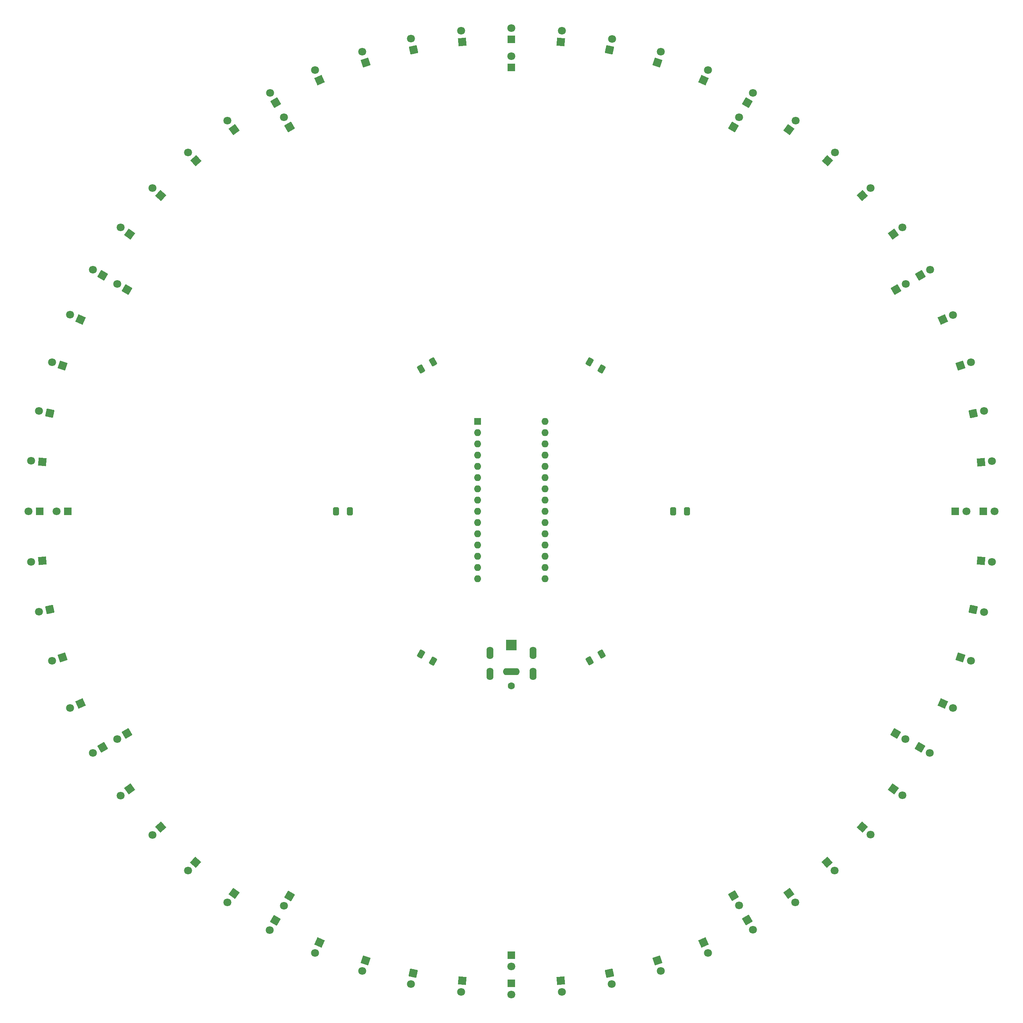
<source format=gbr>
%TF.GenerationSoftware,KiCad,Pcbnew,9.0.7-9.0.7~ubuntu24.04.1*%
%TF.CreationDate,2026-01-21T14:41:36-05:00*%
%TF.ProjectId,Led_clock_sector,4c65645f-636c-46f6-936b-5f736563746f,rev?*%
%TF.SameCoordinates,Original*%
%TF.FileFunction,Soldermask,Bot*%
%TF.FilePolarity,Negative*%
%FSLAX46Y46*%
G04 Gerber Fmt 4.6, Leading zero omitted, Abs format (unit mm)*
G04 Created by KiCad (PCBNEW 9.0.7-9.0.7~ubuntu24.04.1) date 2026-01-21 14:41:36*
%MOMM*%
%LPD*%
G01*
G04 APERTURE LIST*
G04 Aperture macros list*
%AMRoundRect*
0 Rectangle with rounded corners*
0 $1 Rounding radius*
0 $2 $3 $4 $5 $6 $7 $8 $9 X,Y pos of 4 corners*
0 Add a 4 corners polygon primitive as box body*
4,1,4,$2,$3,$4,$5,$6,$7,$8,$9,$2,$3,0*
0 Add four circle primitives for the rounded corners*
1,1,$1+$1,$2,$3*
1,1,$1+$1,$4,$5*
1,1,$1+$1,$6,$7*
1,1,$1+$1,$8,$9*
0 Add four rect primitives between the rounded corners*
20,1,$1+$1,$2,$3,$4,$5,0*
20,1,$1+$1,$4,$5,$6,$7,0*
20,1,$1+$1,$6,$7,$8,$9,0*
20,1,$1+$1,$8,$9,$2,$3,0*%
%AMRotRect*
0 Rectangle, with rotation*
0 The origin of the aperture is its center*
0 $1 length*
0 $2 width*
0 $3 Rotation angle, in degrees counterclockwise*
0 Add horizontal line*
21,1,$1,$2,0,0,$3*%
G04 Aperture macros list end*
%ADD10RotRect,1.800000X1.800000X150.000000*%
%ADD11C,1.800000*%
%ADD12RotRect,1.800000X1.800000X192.000000*%
%ADD13RotRect,1.800000X1.800000X228.000000*%
%ADD14R,1.800000X1.800000*%
%ADD15RotRect,1.800000X1.800000X258.000000*%
%ADD16RotRect,1.800000X1.800000X300.000000*%
%ADD17RotRect,1.800000X1.800000X18.000000*%
%ADD18RotRect,1.800000X1.800000X342.000000*%
%ADD19RotRect,1.800000X1.800000X354.000000*%
%ADD20RotRect,1.800000X1.800000X30.000000*%
%ADD21RotRect,1.800000X1.800000X240.000000*%
%ADD22RotRect,1.800000X1.800000X276.000000*%
%ADD23RotRect,1.800000X1.800000X120.000000*%
%ADD24RotRect,1.800000X1.800000X126.000000*%
%ADD25RotRect,1.800000X1.800000X294.000000*%
%ADD26RotRect,1.800000X1.800000X210.000000*%
%ADD27RotRect,1.800000X1.800000X252.000000*%
%ADD28RotRect,1.800000X1.800000X36.000000*%
%ADD29RotRect,1.800000X1.800000X72.000000*%
%ADD30RotRect,1.800000X1.800000X114.000000*%
%ADD31RotRect,1.800000X1.800000X198.000000*%
%ADD32RotRect,1.800000X1.800000X156.000000*%
%ADD33R,1.600000X1.600000*%
%ADD34O,1.600000X1.600000*%
%ADD35RotRect,1.800000X1.800000X138.000000*%
%ADD36RotRect,1.800000X1.800000X102.000000*%
%ADD37RotRect,1.800000X1.800000X330.000000*%
%ADD38RotRect,1.800000X1.800000X12.000000*%
%ADD39RotRect,1.800000X1.800000X96.000000*%
%ADD40RotRect,1.800000X1.800000X336.000000*%
%ADD41RotRect,1.800000X1.800000X132.000000*%
%ADD42RotRect,1.800000X1.800000X324.000000*%
%ADD43RotRect,1.800000X1.800000X66.000000*%
%ADD44RotRect,1.800000X1.800000X312.000000*%
%ADD45RotRect,1.800000X1.800000X78.000000*%
%ADD46RotRect,1.800000X1.800000X168.000000*%
%ADD47RotRect,1.800000X1.800000X204.000000*%
%ADD48RotRect,1.800000X1.800000X84.000000*%
%ADD49RotRect,1.800000X1.800000X186.000000*%
%ADD50RotRect,1.800000X1.800000X24.000000*%
%ADD51RotRect,1.800000X1.800000X264.000000*%
%ADD52RotRect,1.800000X1.800000X216.000000*%
%ADD53RotRect,1.800000X1.800000X108.000000*%
%ADD54RotRect,1.800000X1.800000X348.000000*%
%ADD55RotRect,1.800000X1.800000X144.000000*%
%ADD56RotRect,1.800000X1.800000X306.000000*%
%ADD57RotRect,1.800000X1.800000X282.000000*%
%ADD58RotRect,1.800000X1.800000X288.000000*%
%ADD59RotRect,1.800000X1.800000X162.000000*%
%ADD60RotRect,1.800000X1.800000X54.000000*%
%ADD61RotRect,1.800000X1.800000X60.000000*%
%ADD62RotRect,1.800000X1.800000X174.000000*%
%ADD63RotRect,1.800000X1.800000X234.000000*%
%ADD64RotRect,1.800000X1.800000X42.000000*%
%ADD65RotRect,1.800000X1.800000X318.000000*%
%ADD66RotRect,1.800000X1.800000X48.000000*%
%ADD67RotRect,1.800000X1.800000X222.000000*%
%ADD68RotRect,1.800000X1.800000X6.000000*%
%ADD69RotRect,1.800000X1.800000X246.000000*%
%ADD70RoundRect,0.250000X-0.412500X-0.650000X0.412500X-0.650000X0.412500X0.650000X-0.412500X0.650000X0*%
%ADD71RoundRect,0.250000X0.682235X0.356667X-0.032235X0.769167X-0.682235X-0.356667X0.032235X-0.769167X0*%
%ADD72RoundRect,0.250000X-0.682235X-0.356667X0.032235X-0.769167X0.682235X0.356667X-0.032235X0.769167X0*%
%ADD73C,1.600000*%
%ADD74RoundRect,0.102000X1.125000X1.125000X-1.125000X1.125000X-1.125000X-1.125000X1.125000X-1.125000X0*%
%ADD75O,3.804000X1.604000*%
%ADD76O,1.604000X2.804000*%
%ADD77RoundRect,0.250000X0.032235X0.769167X-0.682235X0.356667X-0.032235X-0.769167X0.682235X-0.356667X0*%
%ADD78RoundRect,0.250000X0.412500X0.650000X-0.412500X0.650000X-0.412500X-0.650000X0.412500X-0.650000X0*%
%ADD79RoundRect,0.250000X-0.032235X-0.769167X0.682235X-0.356667X0.032235X0.769167X-0.682235X0.356667X0*%
G04 APERTURE END LIST*
D10*
%TO.C,D329*%
X40132830Y-76822784D03*
D11*
X37933125Y-75552784D03*
%TD*%
D12*
%TO.C,D260*%
X22672373Y-149167803D03*
D11*
X20187878Y-149695899D03*
%TD*%
D13*
%TO.C,D202*%
X55617147Y-206278690D03*
D11*
X53917555Y-208166278D03*
%TD*%
D14*
%TO.C,D205*%
X127000000Y-227330000D03*
D11*
X127000000Y-229870000D03*
%TD*%
D14*
%TO.C,D268*%
X26691159Y-126987784D03*
D11*
X24151159Y-126987784D03*
%TD*%
D15*
%TO.C,D197*%
X104819981Y-231348786D03*
D11*
X104291885Y-233833281D03*
%TD*%
D16*
%TO.C,D138*%
X180318841Y-219374406D03*
D11*
X181588841Y-221574111D03*
%TD*%
D17*
%TO.C,D73*%
X228462950Y-94046283D03*
D11*
X230878634Y-93261380D03*
%TD*%
D18*
%TO.C,D79*%
X228462950Y-159978149D03*
D11*
X230878634Y-160763052D03*
%TD*%
D19*
%TO.C,D77*%
X233099837Y-138163313D03*
D11*
X235625923Y-138428816D03*
%TD*%
D20*
%TO.C,D71*%
X219391831Y-73672216D03*
D11*
X221591536Y-72402216D03*
%TD*%
D21*
%TO.C,D206*%
X76835000Y-213888329D03*
D11*
X75565000Y-216088034D03*
%TD*%
D22*
%TO.C,D142*%
X138129938Y-233082412D03*
D11*
X138395441Y-235608498D03*
%TD*%
D23*
%TO.C,D324*%
X73681159Y-34600194D03*
D11*
X72411159Y-32400489D03*
%TD*%
D24*
%TO.C,D323*%
X64316229Y-40681851D03*
D11*
X62823254Y-38626948D03*
%TD*%
D25*
%TO.C,D139*%
X170369506Y-224443846D03*
D11*
X171402617Y-226764251D03*
%TD*%
D26*
%TO.C,D267*%
X40132830Y-177152784D03*
D11*
X37933125Y-178422784D03*
%TD*%
D27*
%TO.C,D198*%
X94034067Y-228458709D03*
D11*
X93249164Y-230874393D03*
%TD*%
D28*
%TO.C,D10*%
X213305933Y-64295069D03*
D11*
X215360836Y-62802094D03*
%TD*%
D29*
%TO.C,D4*%
X159965933Y-25541291D03*
D11*
X160750836Y-23125607D03*
%TD*%
D30*
%TO.C,D325*%
X83630494Y-29530754D03*
D11*
X82597383Y-27210349D03*
%TD*%
D31*
%TO.C,D259*%
X25562450Y-159953717D03*
D11*
X23146766Y-160738620D03*
%TD*%
D32*
%TO.C,D266*%
X29564129Y-83597119D03*
D11*
X27243724Y-82564008D03*
%TD*%
D33*
%TO.C,A1*%
X119380000Y-106680000D03*
D34*
X119380000Y-109220000D03*
X119380000Y-111760000D03*
X119380000Y-114300000D03*
X119380000Y-116840000D03*
X119380000Y-119380000D03*
X119380000Y-121920000D03*
X119380000Y-124460000D03*
X119380000Y-127000000D03*
X119380000Y-129540000D03*
X119380000Y-132080000D03*
X119380000Y-134620000D03*
X119380000Y-137160000D03*
X119380000Y-139700000D03*
X119380000Y-142240000D03*
X134620000Y-142240000D03*
X134620000Y-139700000D03*
X134620000Y-137160000D03*
X134620000Y-134620000D03*
X134620000Y-132080000D03*
X134620000Y-129540000D03*
X134620000Y-127000000D03*
X134620000Y-124460000D03*
X134620000Y-121920000D03*
X134620000Y-119380000D03*
X134620000Y-116840000D03*
X134620000Y-114300000D03*
X134620000Y-111760000D03*
X134620000Y-109220000D03*
X134620000Y-106680000D03*
%TD*%
D35*
%TO.C,D321*%
X47742469Y-55604931D03*
D11*
X45854881Y-53905339D03*
%TD*%
D36*
%TO.C,D327*%
X104841140Y-22638998D03*
D11*
X104313044Y-20154503D03*
%TD*%
D37*
%TO.C,D143*%
X213867170Y-177151816D03*
D11*
X216066875Y-178421816D03*
%TD*%
D38*
%TO.C,D74*%
X231353027Y-104832197D03*
D11*
X233837522Y-104304101D03*
%TD*%
D39*
%TO.C,D328*%
X115870062Y-20892188D03*
D11*
X115604559Y-18366102D03*
%TD*%
D10*
%TO.C,D319*%
X34633569Y-73647784D03*
D11*
X32433864Y-72377784D03*
%TD*%
D40*
%TO.C,D80*%
X224461271Y-170402881D03*
D11*
X226781676Y-171435992D03*
%TD*%
D37*
%TO.C,D133*%
X219366431Y-180326816D03*
D11*
X221566136Y-181596816D03*
%TD*%
D41*
%TO.C,D322*%
X55638306Y-47709094D03*
D11*
X53938714Y-45821506D03*
%TD*%
D42*
%TO.C,D134*%
X213284774Y-189691746D03*
D11*
X215339678Y-191184720D03*
%TD*%
D43*
%TO.C,D5*%
X170390665Y-29542971D03*
D11*
X171423776Y-27222566D03*
%TD*%
D16*
%TO.C,D144*%
X177143841Y-213875145D03*
D11*
X178413841Y-216074850D03*
%TD*%
D44*
%TO.C,D136*%
X198361694Y-206265506D03*
D11*
X200061286Y-208153094D03*
%TD*%
D45*
%TO.C,D3*%
X149180019Y-22651214D03*
D11*
X149708115Y-20166719D03*
%TD*%
D46*
%TO.C,D264*%
X22672373Y-104807765D03*
D11*
X20187878Y-104279669D03*
%TD*%
D47*
%TO.C,D258*%
X29564130Y-170378450D03*
D11*
X27243724Y-171411562D03*
%TD*%
D48*
%TO.C,D2*%
X138151096Y-20904404D03*
D11*
X138416598Y-18378318D03*
%TD*%
D49*
%TO.C,D261*%
X20925564Y-138138880D03*
D11*
X18399479Y-138404382D03*
%TD*%
D50*
%TO.C,D72*%
X224461270Y-83621550D03*
D11*
X226781676Y-82588438D03*
%TD*%
D51*
%TO.C,D196*%
X115848904Y-233095596D03*
D11*
X115583402Y-235621682D03*
%TD*%
D52*
%TO.C,D204*%
X40694067Y-189704931D03*
D11*
X38639164Y-191197906D03*
%TD*%
D21*
%TO.C,D200*%
X73660000Y-219387590D03*
D11*
X72390000Y-221587295D03*
%TD*%
D53*
%TO.C,D326*%
X94055226Y-25529075D03*
D11*
X93270323Y-23113391D03*
%TD*%
D54*
%TO.C,D78*%
X231353027Y-149192235D03*
D11*
X233837522Y-149720331D03*
%TD*%
D55*
%TO.C,D320*%
X40715226Y-64282854D03*
D11*
X38660322Y-62789880D03*
%TD*%
D26*
%TO.C,D257*%
X34633569Y-180327784D03*
D11*
X32433864Y-181597784D03*
%TD*%
D14*
%TO.C,D262*%
X20341159Y-126987784D03*
D11*
X17801159Y-126987784D03*
%TD*%
D14*
%TO.C,D195*%
X127000000Y-233680000D03*
D11*
X127000000Y-236220000D03*
%TD*%
D56*
%TO.C,D137*%
X189683771Y-213292749D03*
D11*
X191176746Y-215347652D03*
%TD*%
D23*
%TO.C,D330*%
X76856159Y-40099455D03*
D11*
X75586159Y-37899750D03*
%TD*%
D57*
%TO.C,D141*%
X149158860Y-231335602D03*
D11*
X149686956Y-233820097D03*
%TD*%
D58*
%TO.C,D140*%
X159944774Y-228445525D03*
D11*
X160729677Y-230861209D03*
%TD*%
D59*
%TO.C,D265*%
X25562450Y-94021851D03*
D11*
X23146766Y-93236948D03*
%TD*%
D14*
%TO.C,D82*%
X227334241Y-127012216D03*
D11*
X229874241Y-127012216D03*
%TD*%
D60*
%TO.C,D7*%
X189704931Y-40694067D03*
D11*
X191197906Y-38639164D03*
%TD*%
D61*
%TO.C,D6*%
X180340000Y-34612410D03*
D11*
X181610000Y-32412705D03*
%TD*%
D62*
%TO.C,D263*%
X20925563Y-115836687D03*
D11*
X18399477Y-115571184D03*
%TD*%
D63*
%TO.C,D201*%
X64295069Y-213305933D03*
D11*
X62802094Y-215360836D03*
%TD*%
D64*
%TO.C,D9*%
X206278690Y-55617147D03*
D11*
X208166278Y-53917555D03*
%TD*%
D65*
%TO.C,D135*%
X206257531Y-198369669D03*
D11*
X208145119Y-200069261D03*
%TD*%
D66*
%TO.C,D8*%
X198382853Y-47721310D03*
D11*
X200082445Y-45833722D03*
%TD*%
D14*
%TO.C,D11*%
X127000000Y-26670000D03*
D11*
X127000000Y-24130000D03*
%TD*%
D67*
%TO.C,D203*%
X47721310Y-198382853D03*
D11*
X45833722Y-200082445D03*
%TD*%
D68*
%TO.C,D75*%
X233099836Y-115861120D03*
D11*
X235625921Y-115595618D03*
%TD*%
D14*
%TO.C,D1*%
X127000000Y-20320000D03*
D11*
X127000000Y-17780000D03*
%TD*%
D61*
%TO.C,D12*%
X177165000Y-40111671D03*
D11*
X178435000Y-37911966D03*
%TD*%
D20*
%TO.C,D81*%
X213892570Y-76847216D03*
D11*
X216092275Y-75577216D03*
%TD*%
D14*
%TO.C,D76*%
X233684241Y-127012216D03*
D11*
X236224241Y-127012216D03*
%TD*%
D69*
%TO.C,D199*%
X83609335Y-224457029D03*
D11*
X82576224Y-226777434D03*
%TD*%
D70*
%TO.C,C4*%
X87337500Y-127000000D03*
X90462500Y-127000000D03*
%TD*%
D71*
%TO.C,C2*%
X147403165Y-94761250D03*
X144696835Y-93198750D03*
%TD*%
D72*
%TO.C,C3*%
X106596835Y-159238750D03*
X109303165Y-160801250D03*
%TD*%
D73*
%TO.C,J2*%
X127000000Y-166445000D03*
D74*
X127000000Y-157195000D03*
D75*
X127000000Y-163195000D03*
D76*
X131850000Y-163695000D03*
X122150000Y-163695000D03*
X131850000Y-158995000D03*
X122150000Y-158995000D03*
%TD*%
D77*
%TO.C,C1*%
X109303165Y-93198750D03*
X106596835Y-94761250D03*
%TD*%
D78*
%TO.C,C6*%
X166687900Y-127000000D03*
X163562900Y-127000000D03*
%TD*%
D79*
%TO.C,C5*%
X144696835Y-160775850D03*
X147403165Y-159213350D03*
%TD*%
M02*

</source>
